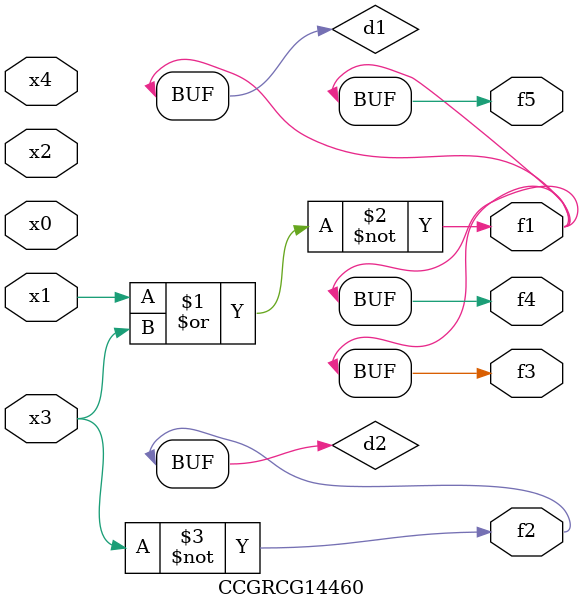
<source format=v>
module CCGRCG14460(
	input x0, x1, x2, x3, x4,
	output f1, f2, f3, f4, f5
);

	wire d1, d2;

	nor (d1, x1, x3);
	not (d2, x3);
	assign f1 = d1;
	assign f2 = d2;
	assign f3 = d1;
	assign f4 = d1;
	assign f5 = d1;
endmodule

</source>
